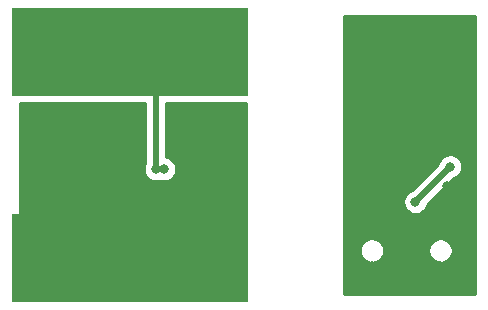
<source format=gbr>
G04 #@! TF.GenerationSoftware,KiCad,Pcbnew,6.0.0-rc1-unknown-5edf350~66~ubuntu18.10.1*
G04 #@! TF.CreationDate,2019-02-07T09:47:30-05:00
G04 #@! TF.ProjectId,current_sensor,63757272-656e-4745-9f73-656e736f722e,rev?*
G04 #@! TF.SameCoordinates,Original*
G04 #@! TF.FileFunction,Copper,L2,Bot*
G04 #@! TF.FilePolarity,Positive*
%FSLAX46Y46*%
G04 Gerber Fmt 4.6, Leading zero omitted, Abs format (unit mm)*
G04 Created by KiCad (PCBNEW 6.0.0-rc1-unknown-5edf350~66~ubuntu18.10.1) date 2019-02-07 09:47:30*
%MOMM*%
%LPD*%
G04 APERTURE LIST*
%ADD10R,20.000000X7.500000*%
%ADD11C,0.800000*%
%ADD12C,0.500000*%
%ADD13C,0.254000*%
G04 APERTURE END LIST*
D10*
X143000000Y-75750000D03*
X143000000Y-93250000D03*
D11*
X161500000Y-93000000D03*
X170300000Y-95900000D03*
X169300000Y-95900000D03*
X169300000Y-94900000D03*
X169300000Y-93900000D03*
X161500000Y-95900000D03*
X162500000Y-95900000D03*
X163500000Y-95900000D03*
X163500000Y-94900000D03*
X163500000Y-93900000D03*
X162600000Y-89600000D03*
X169300000Y-82900000D03*
X169300000Y-83900000D03*
X163764272Y-90210144D03*
X163585651Y-91298110D03*
X162463188Y-83337213D03*
X162600000Y-82200000D03*
X163270745Y-86628392D03*
X167200000Y-75300000D03*
X167200000Y-77300000D03*
X166600000Y-81900000D03*
X162600000Y-81200000D03*
X162600000Y-80200000D03*
X161600000Y-89600000D03*
X169900000Y-87100000D03*
X170132528Y-85476529D03*
X167180400Y-88470994D03*
X145900000Y-85700000D03*
X145200000Y-85700000D03*
X145900000Y-87300000D03*
X151528698Y-89450934D03*
X152507488Y-89450934D03*
X150000000Y-81500000D03*
X151000000Y-81500000D03*
X151000000Y-80500000D03*
X150000000Y-80500000D03*
X145200000Y-87300000D03*
D12*
X170132528Y-85518866D02*
X170132528Y-85476529D01*
X167180400Y-88470994D02*
X170132528Y-85518866D01*
X145200000Y-85700000D02*
X145200000Y-77950000D01*
X145200000Y-77950000D02*
X143000000Y-75750000D01*
X145200000Y-87300000D02*
X145200000Y-91050000D01*
X145200000Y-91050000D02*
X143000000Y-93250000D01*
D13*
G36*
X144315000Y-85161546D02*
G01*
X144282795Y-85209744D01*
X144204774Y-85398102D01*
X144165000Y-85598061D01*
X144165000Y-85801939D01*
X144204774Y-86001898D01*
X144282795Y-86190256D01*
X144396063Y-86359774D01*
X144540226Y-86503937D01*
X144709744Y-86617205D01*
X144898102Y-86695226D01*
X145098061Y-86735000D01*
X145301939Y-86735000D01*
X145501898Y-86695226D01*
X145550000Y-86675301D01*
X145598102Y-86695226D01*
X145798061Y-86735000D01*
X146001939Y-86735000D01*
X146201898Y-86695226D01*
X146390256Y-86617205D01*
X146559774Y-86503937D01*
X146703937Y-86359774D01*
X146817205Y-86190256D01*
X146895226Y-86001898D01*
X146935000Y-85801939D01*
X146935000Y-85598061D01*
X146895226Y-85398102D01*
X146817205Y-85209744D01*
X146703937Y-85040226D01*
X146559774Y-84896063D01*
X146390256Y-84782795D01*
X146201898Y-84704774D01*
X146085000Y-84681522D01*
X146085000Y-80138072D01*
X152873000Y-80138072D01*
X152873000Y-96265000D01*
X133735000Y-96265000D01*
X133735000Y-80138072D01*
X144315001Y-80138072D01*
X144315000Y-85161546D01*
X144315000Y-85161546D01*
G37*
X144315000Y-85161546D02*
X144282795Y-85209744D01*
X144204774Y-85398102D01*
X144165000Y-85598061D01*
X144165000Y-85801939D01*
X144204774Y-86001898D01*
X144282795Y-86190256D01*
X144396063Y-86359774D01*
X144540226Y-86503937D01*
X144709744Y-86617205D01*
X144898102Y-86695226D01*
X145098061Y-86735000D01*
X145301939Y-86735000D01*
X145501898Y-86695226D01*
X145550000Y-86675301D01*
X145598102Y-86695226D01*
X145798061Y-86735000D01*
X146001939Y-86735000D01*
X146201898Y-86695226D01*
X146390256Y-86617205D01*
X146559774Y-86503937D01*
X146703937Y-86359774D01*
X146817205Y-86190256D01*
X146895226Y-86001898D01*
X146935000Y-85801939D01*
X146935000Y-85598061D01*
X146895226Y-85398102D01*
X146817205Y-85209744D01*
X146703937Y-85040226D01*
X146559774Y-84896063D01*
X146390256Y-84782795D01*
X146201898Y-84704774D01*
X146085000Y-84681522D01*
X146085000Y-80138072D01*
X152873000Y-80138072D01*
X152873000Y-96265000D01*
X133735000Y-96265000D01*
X133735000Y-80138072D01*
X144315001Y-80138072D01*
X144315000Y-85161546D01*
G36*
X172265001Y-96265000D02*
G01*
X161127000Y-96265000D01*
X161127000Y-92487077D01*
X162455000Y-92487077D01*
X162455000Y-92692923D01*
X162495159Y-92894815D01*
X162573933Y-93084993D01*
X162688296Y-93256148D01*
X162833852Y-93401704D01*
X163005007Y-93516067D01*
X163195185Y-93594841D01*
X163397077Y-93635000D01*
X163602923Y-93635000D01*
X163804815Y-93594841D01*
X163994993Y-93516067D01*
X164166148Y-93401704D01*
X164311704Y-93256148D01*
X164426067Y-93084993D01*
X164504841Y-92894815D01*
X164545000Y-92692923D01*
X164545000Y-92487077D01*
X168255000Y-92487077D01*
X168255000Y-92692923D01*
X168295159Y-92894815D01*
X168373933Y-93084993D01*
X168488296Y-93256148D01*
X168633852Y-93401704D01*
X168805007Y-93516067D01*
X168995185Y-93594841D01*
X169197077Y-93635000D01*
X169402923Y-93635000D01*
X169604815Y-93594841D01*
X169794993Y-93516067D01*
X169966148Y-93401704D01*
X170111704Y-93256148D01*
X170226067Y-93084993D01*
X170304841Y-92894815D01*
X170345000Y-92692923D01*
X170345000Y-92487077D01*
X170304841Y-92285185D01*
X170226067Y-92095007D01*
X170111704Y-91923852D01*
X169966148Y-91778296D01*
X169794993Y-91663933D01*
X169604815Y-91585159D01*
X169402923Y-91545000D01*
X169197077Y-91545000D01*
X168995185Y-91585159D01*
X168805007Y-91663933D01*
X168633852Y-91778296D01*
X168488296Y-91923852D01*
X168373933Y-92095007D01*
X168295159Y-92285185D01*
X168255000Y-92487077D01*
X164545000Y-92487077D01*
X164504841Y-92285185D01*
X164426067Y-92095007D01*
X164311704Y-91923852D01*
X164166148Y-91778296D01*
X163994993Y-91663933D01*
X163804815Y-91585159D01*
X163602923Y-91545000D01*
X163397077Y-91545000D01*
X163195185Y-91585159D01*
X163005007Y-91663933D01*
X162833852Y-91778296D01*
X162688296Y-91923852D01*
X162573933Y-92095007D01*
X162495159Y-92285185D01*
X162455000Y-92487077D01*
X161127000Y-92487077D01*
X161127000Y-88369055D01*
X166145400Y-88369055D01*
X166145400Y-88572933D01*
X166185174Y-88772892D01*
X166263195Y-88961250D01*
X166376463Y-89130768D01*
X166520626Y-89274931D01*
X166690144Y-89388199D01*
X166878502Y-89466220D01*
X167078461Y-89505994D01*
X167282339Y-89505994D01*
X167482298Y-89466220D01*
X167670656Y-89388199D01*
X167840174Y-89274931D01*
X167984337Y-89130768D01*
X168097605Y-88961250D01*
X168175626Y-88772892D01*
X168186935Y-88716037D01*
X170430421Y-86472552D01*
X170434426Y-86471755D01*
X170622784Y-86393734D01*
X170792302Y-86280466D01*
X170936465Y-86136303D01*
X171049733Y-85966785D01*
X171127754Y-85778427D01*
X171167528Y-85578468D01*
X171167528Y-85374590D01*
X171127754Y-85174631D01*
X171049733Y-84986273D01*
X170936465Y-84816755D01*
X170792302Y-84672592D01*
X170622784Y-84559324D01*
X170434426Y-84481303D01*
X170234467Y-84441529D01*
X170030589Y-84441529D01*
X169830630Y-84481303D01*
X169642272Y-84559324D01*
X169472754Y-84672592D01*
X169328591Y-84816755D01*
X169215323Y-84986273D01*
X169137302Y-85174631D01*
X169115481Y-85284334D01*
X166935357Y-87464459D01*
X166878502Y-87475768D01*
X166690144Y-87553789D01*
X166520626Y-87667057D01*
X166376463Y-87811220D01*
X166263195Y-87980738D01*
X166185174Y-88169096D01*
X166145400Y-88369055D01*
X161127000Y-88369055D01*
X161127000Y-72735000D01*
X172265000Y-72735000D01*
X172265001Y-96265000D01*
X172265001Y-96265000D01*
G37*
X172265001Y-96265000D02*
X161127000Y-96265000D01*
X161127000Y-92487077D01*
X162455000Y-92487077D01*
X162455000Y-92692923D01*
X162495159Y-92894815D01*
X162573933Y-93084993D01*
X162688296Y-93256148D01*
X162833852Y-93401704D01*
X163005007Y-93516067D01*
X163195185Y-93594841D01*
X163397077Y-93635000D01*
X163602923Y-93635000D01*
X163804815Y-93594841D01*
X163994993Y-93516067D01*
X164166148Y-93401704D01*
X164311704Y-93256148D01*
X164426067Y-93084993D01*
X164504841Y-92894815D01*
X164545000Y-92692923D01*
X164545000Y-92487077D01*
X168255000Y-92487077D01*
X168255000Y-92692923D01*
X168295159Y-92894815D01*
X168373933Y-93084993D01*
X168488296Y-93256148D01*
X168633852Y-93401704D01*
X168805007Y-93516067D01*
X168995185Y-93594841D01*
X169197077Y-93635000D01*
X169402923Y-93635000D01*
X169604815Y-93594841D01*
X169794993Y-93516067D01*
X169966148Y-93401704D01*
X170111704Y-93256148D01*
X170226067Y-93084993D01*
X170304841Y-92894815D01*
X170345000Y-92692923D01*
X170345000Y-92487077D01*
X170304841Y-92285185D01*
X170226067Y-92095007D01*
X170111704Y-91923852D01*
X169966148Y-91778296D01*
X169794993Y-91663933D01*
X169604815Y-91585159D01*
X169402923Y-91545000D01*
X169197077Y-91545000D01*
X168995185Y-91585159D01*
X168805007Y-91663933D01*
X168633852Y-91778296D01*
X168488296Y-91923852D01*
X168373933Y-92095007D01*
X168295159Y-92285185D01*
X168255000Y-92487077D01*
X164545000Y-92487077D01*
X164504841Y-92285185D01*
X164426067Y-92095007D01*
X164311704Y-91923852D01*
X164166148Y-91778296D01*
X163994993Y-91663933D01*
X163804815Y-91585159D01*
X163602923Y-91545000D01*
X163397077Y-91545000D01*
X163195185Y-91585159D01*
X163005007Y-91663933D01*
X162833852Y-91778296D01*
X162688296Y-91923852D01*
X162573933Y-92095007D01*
X162495159Y-92285185D01*
X162455000Y-92487077D01*
X161127000Y-92487077D01*
X161127000Y-88369055D01*
X166145400Y-88369055D01*
X166145400Y-88572933D01*
X166185174Y-88772892D01*
X166263195Y-88961250D01*
X166376463Y-89130768D01*
X166520626Y-89274931D01*
X166690144Y-89388199D01*
X166878502Y-89466220D01*
X167078461Y-89505994D01*
X167282339Y-89505994D01*
X167482298Y-89466220D01*
X167670656Y-89388199D01*
X167840174Y-89274931D01*
X167984337Y-89130768D01*
X168097605Y-88961250D01*
X168175626Y-88772892D01*
X168186935Y-88716037D01*
X170430421Y-86472552D01*
X170434426Y-86471755D01*
X170622784Y-86393734D01*
X170792302Y-86280466D01*
X170936465Y-86136303D01*
X171049733Y-85966785D01*
X171127754Y-85778427D01*
X171167528Y-85578468D01*
X171167528Y-85374590D01*
X171127754Y-85174631D01*
X171049733Y-84986273D01*
X170936465Y-84816755D01*
X170792302Y-84672592D01*
X170622784Y-84559324D01*
X170434426Y-84481303D01*
X170234467Y-84441529D01*
X170030589Y-84441529D01*
X169830630Y-84481303D01*
X169642272Y-84559324D01*
X169472754Y-84672592D01*
X169328591Y-84816755D01*
X169215323Y-84986273D01*
X169137302Y-85174631D01*
X169115481Y-85284334D01*
X166935357Y-87464459D01*
X166878502Y-87475768D01*
X166690144Y-87553789D01*
X166520626Y-87667057D01*
X166376463Y-87811220D01*
X166263195Y-87980738D01*
X166185174Y-88169096D01*
X166145400Y-88369055D01*
X161127000Y-88369055D01*
X161127000Y-72735000D01*
X172265000Y-72735000D01*
X172265001Y-96265000D01*
M02*

</source>
